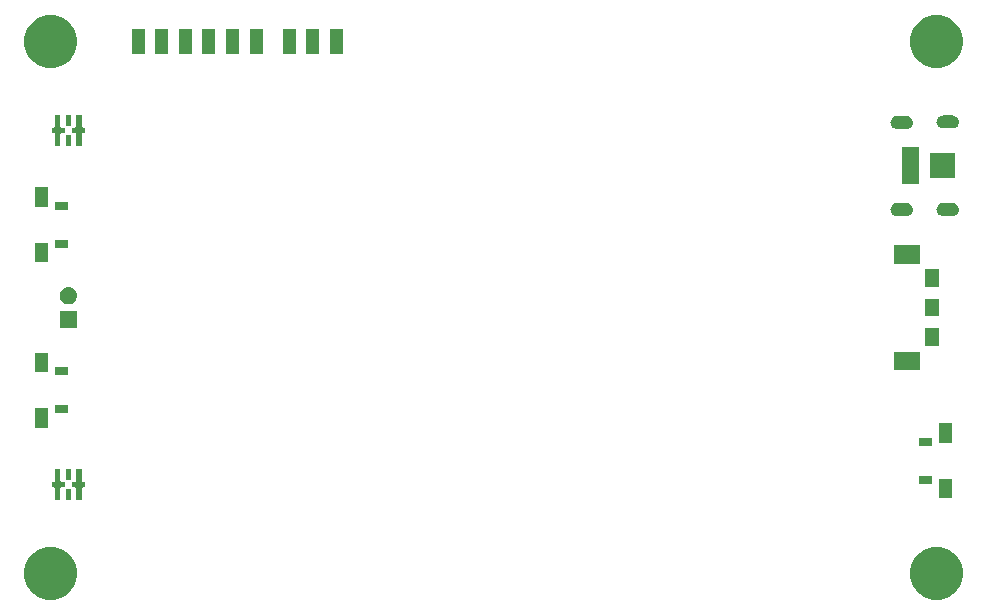
<source format=gbr>
G04 #@! TF.GenerationSoftware,KiCad,Pcbnew,5.1.2*
G04 #@! TF.CreationDate,2019-07-04T05:17:55+02:00*
G04 #@! TF.ProjectId,eside_rev17,65736964-655f-4726-9576-31372e6b6963,rev?*
G04 #@! TF.SameCoordinates,Original*
G04 #@! TF.FileFunction,Soldermask,Bot*
G04 #@! TF.FilePolarity,Negative*
%FSLAX46Y46*%
G04 Gerber Fmt 4.6, Leading zero omitted, Abs format (unit mm)*
G04 Created by KiCad (PCBNEW 5.1.2) date 2019-07-04 05:17:55*
%MOMM*%
%LPD*%
G04 APERTURE LIST*
%ADD10C,0.100000*%
G04 APERTURE END LIST*
D10*
G36*
X117775880Y-75259776D02*
G01*
X118156593Y-75335504D01*
X118566249Y-75505189D01*
X118934929Y-75751534D01*
X119248466Y-76065071D01*
X119494811Y-76433751D01*
X119664496Y-76843407D01*
X119751000Y-77278296D01*
X119751000Y-77721704D01*
X119664496Y-78156593D01*
X119494811Y-78566249D01*
X119248466Y-78934929D01*
X118934929Y-79248466D01*
X118566249Y-79494811D01*
X118156593Y-79664496D01*
X117775880Y-79740224D01*
X117721705Y-79751000D01*
X117278295Y-79751000D01*
X117224120Y-79740224D01*
X116843407Y-79664496D01*
X116433751Y-79494811D01*
X116065071Y-79248466D01*
X115751534Y-78934929D01*
X115505189Y-78566249D01*
X115335504Y-78156593D01*
X115249000Y-77721704D01*
X115249000Y-77278296D01*
X115335504Y-76843407D01*
X115505189Y-76433751D01*
X115751534Y-76065071D01*
X116065071Y-75751534D01*
X116433751Y-75505189D01*
X116843407Y-75335504D01*
X117224120Y-75259776D01*
X117278295Y-75249000D01*
X117721705Y-75249000D01*
X117775880Y-75259776D01*
X117775880Y-75259776D01*
G37*
G36*
X42775880Y-75259776D02*
G01*
X43156593Y-75335504D01*
X43566249Y-75505189D01*
X43934929Y-75751534D01*
X44248466Y-76065071D01*
X44494811Y-76433751D01*
X44664496Y-76843407D01*
X44751000Y-77278296D01*
X44751000Y-77721704D01*
X44664496Y-78156593D01*
X44494811Y-78566249D01*
X44248466Y-78934929D01*
X43934929Y-79248466D01*
X43566249Y-79494811D01*
X43156593Y-79664496D01*
X42775880Y-79740224D01*
X42721705Y-79751000D01*
X42278295Y-79751000D01*
X42224120Y-79740224D01*
X41843407Y-79664496D01*
X41433751Y-79494811D01*
X41065071Y-79248466D01*
X40751534Y-78934929D01*
X40505189Y-78566249D01*
X40335504Y-78156593D01*
X40249000Y-77721704D01*
X40249000Y-77278296D01*
X40335504Y-76843407D01*
X40505189Y-76433751D01*
X40751534Y-76065071D01*
X41065071Y-75751534D01*
X41433751Y-75505189D01*
X41843407Y-75335504D01*
X42224120Y-75259776D01*
X42278295Y-75249000D01*
X42721705Y-75249000D01*
X42775880Y-75259776D01*
X42775880Y-75259776D01*
G37*
G36*
X44201000Y-71301000D02*
G01*
X43799000Y-71301000D01*
X43799000Y-70395805D01*
X43801613Y-70396598D01*
X43825999Y-70399000D01*
X44154001Y-70399000D01*
X44178387Y-70396598D01*
X44201000Y-70389739D01*
X44201000Y-71301000D01*
X44201000Y-71301000D01*
G37*
G36*
X43326000Y-69649001D02*
G01*
X43328402Y-69673387D01*
X43335515Y-69696836D01*
X43347066Y-69718447D01*
X43362611Y-69737389D01*
X43381553Y-69752934D01*
X43403164Y-69764485D01*
X43426613Y-69771598D01*
X43450999Y-69774000D01*
X43674001Y-69774000D01*
X43698387Y-69771598D01*
X43701000Y-69770805D01*
X43701000Y-70229195D01*
X43698387Y-70228402D01*
X43674001Y-70226000D01*
X43450999Y-70226000D01*
X43426613Y-70228402D01*
X43403164Y-70235515D01*
X43381553Y-70247066D01*
X43362611Y-70262611D01*
X43347066Y-70281553D01*
X43335515Y-70303164D01*
X43328402Y-70326613D01*
X43326000Y-70350999D01*
X43326000Y-71301000D01*
X42874000Y-71301000D01*
X42874000Y-70350999D01*
X42871598Y-70326613D01*
X42864485Y-70303164D01*
X42852934Y-70281553D01*
X42837389Y-70262611D01*
X42818447Y-70247066D01*
X42796836Y-70235515D01*
X42773387Y-70228402D01*
X42749001Y-70226000D01*
X42599000Y-70226000D01*
X42599000Y-69774000D01*
X42749001Y-69774000D01*
X42773387Y-69771598D01*
X42796836Y-69764485D01*
X42818447Y-69752934D01*
X42837389Y-69737389D01*
X42852934Y-69718447D01*
X42864485Y-69696836D01*
X42871598Y-69673387D01*
X42874000Y-69649001D01*
X42874000Y-68699000D01*
X43326000Y-68699000D01*
X43326000Y-69649001D01*
X43326000Y-69649001D01*
G37*
G36*
X45126000Y-69649001D02*
G01*
X45128402Y-69673387D01*
X45135515Y-69696836D01*
X45147066Y-69718447D01*
X45162611Y-69737389D01*
X45181553Y-69752934D01*
X45203164Y-69764485D01*
X45226613Y-69771598D01*
X45250999Y-69774000D01*
X45381000Y-69774000D01*
X45381000Y-70226000D01*
X45250999Y-70226000D01*
X45226613Y-70228402D01*
X45203164Y-70235515D01*
X45181553Y-70247066D01*
X45162611Y-70262611D01*
X45147066Y-70281553D01*
X45135515Y-70303164D01*
X45128402Y-70326613D01*
X45126000Y-70350999D01*
X45126000Y-71301000D01*
X44674000Y-71301000D01*
X44674000Y-70350999D01*
X44671598Y-70326613D01*
X44664485Y-70303164D01*
X44652934Y-70281553D01*
X44637389Y-70262611D01*
X44618447Y-70247066D01*
X44596836Y-70235515D01*
X44573387Y-70228402D01*
X44549001Y-70226000D01*
X44325999Y-70226000D01*
X44301613Y-70228402D01*
X44279000Y-70235261D01*
X44279000Y-69764739D01*
X44301613Y-69771598D01*
X44325999Y-69774000D01*
X44549001Y-69774000D01*
X44573387Y-69771598D01*
X44596836Y-69764485D01*
X44618447Y-69752934D01*
X44637389Y-69737389D01*
X44652934Y-69718447D01*
X44664485Y-69696836D01*
X44671598Y-69673387D01*
X44674000Y-69649001D01*
X44674000Y-68699000D01*
X45126000Y-68699000D01*
X45126000Y-69649001D01*
X45126000Y-69649001D01*
G37*
G36*
X118851000Y-71176000D02*
G01*
X117749000Y-71176000D01*
X117749000Y-69524000D01*
X118851000Y-69524000D01*
X118851000Y-71176000D01*
X118851000Y-71176000D01*
G37*
G36*
X117126000Y-69951000D02*
G01*
X116024000Y-69951000D01*
X116024000Y-69249000D01*
X117126000Y-69249000D01*
X117126000Y-69951000D01*
X117126000Y-69951000D01*
G37*
G36*
X44201000Y-69610261D02*
G01*
X44178387Y-69603402D01*
X44154001Y-69601000D01*
X43825999Y-69601000D01*
X43801613Y-69603402D01*
X43799000Y-69604195D01*
X43799000Y-68699000D01*
X44201000Y-68699000D01*
X44201000Y-69610261D01*
X44201000Y-69610261D01*
G37*
G36*
X117126000Y-66726000D02*
G01*
X116024000Y-66726000D01*
X116024000Y-66024000D01*
X117126000Y-66024000D01*
X117126000Y-66726000D01*
X117126000Y-66726000D01*
G37*
G36*
X118851000Y-66476000D02*
G01*
X117749000Y-66476000D01*
X117749000Y-64824000D01*
X118851000Y-64824000D01*
X118851000Y-66476000D01*
X118851000Y-66476000D01*
G37*
G36*
X42251000Y-65176000D02*
G01*
X41149000Y-65176000D01*
X41149000Y-63524000D01*
X42251000Y-63524000D01*
X42251000Y-65176000D01*
X42251000Y-65176000D01*
G37*
G36*
X43976000Y-63976000D02*
G01*
X42874000Y-63976000D01*
X42874000Y-63274000D01*
X43976000Y-63274000D01*
X43976000Y-63976000D01*
X43976000Y-63976000D01*
G37*
G36*
X43976000Y-60751000D02*
G01*
X42874000Y-60751000D01*
X42874000Y-60049000D01*
X43976000Y-60049000D01*
X43976000Y-60751000D01*
X43976000Y-60751000D01*
G37*
G36*
X42251000Y-60476000D02*
G01*
X41149000Y-60476000D01*
X41149000Y-58824000D01*
X42251000Y-58824000D01*
X42251000Y-60476000D01*
X42251000Y-60476000D01*
G37*
G36*
X116143919Y-60339069D02*
G01*
X113891919Y-60339069D01*
X113891919Y-58737069D01*
X116143919Y-58737069D01*
X116143919Y-60339069D01*
X116143919Y-60339069D01*
G37*
G36*
X117668919Y-58251000D02*
G01*
X116566919Y-58251000D01*
X116566919Y-56749000D01*
X117668919Y-56749000D01*
X117668919Y-58251000D01*
X117668919Y-58251000D01*
G37*
G36*
X44726000Y-56726000D02*
G01*
X43274000Y-56726000D01*
X43274000Y-55274000D01*
X44726000Y-55274000D01*
X44726000Y-56726000D01*
X44726000Y-56726000D01*
G37*
G36*
X117668919Y-55701000D02*
G01*
X116566919Y-55701000D01*
X116566919Y-54299000D01*
X117668919Y-54299000D01*
X117668919Y-55701000D01*
X117668919Y-55701000D01*
G37*
G36*
X44071213Y-53277502D02*
G01*
X44142321Y-53284505D01*
X44279172Y-53326019D01*
X44279175Y-53326020D01*
X44405294Y-53393432D01*
X44515843Y-53484157D01*
X44606568Y-53594706D01*
X44673980Y-53720825D01*
X44673981Y-53720828D01*
X44715495Y-53857679D01*
X44729512Y-54000000D01*
X44715495Y-54142321D01*
X44673981Y-54279172D01*
X44673980Y-54279175D01*
X44606568Y-54405294D01*
X44515843Y-54515843D01*
X44405294Y-54606568D01*
X44279175Y-54673980D01*
X44279172Y-54673981D01*
X44142321Y-54715495D01*
X44071213Y-54722498D01*
X44035660Y-54726000D01*
X43964340Y-54726000D01*
X43928787Y-54722498D01*
X43857679Y-54715495D01*
X43720828Y-54673981D01*
X43720825Y-54673980D01*
X43594706Y-54606568D01*
X43484157Y-54515843D01*
X43393432Y-54405294D01*
X43326020Y-54279175D01*
X43326019Y-54279172D01*
X43284505Y-54142321D01*
X43270488Y-54000000D01*
X43284505Y-53857679D01*
X43326019Y-53720828D01*
X43326020Y-53720825D01*
X43393432Y-53594706D01*
X43484157Y-53484157D01*
X43594706Y-53393432D01*
X43720825Y-53326020D01*
X43720828Y-53326019D01*
X43857679Y-53284505D01*
X43928787Y-53277502D01*
X43964340Y-53274000D01*
X44035660Y-53274000D01*
X44071213Y-53277502D01*
X44071213Y-53277502D01*
G37*
G36*
X117668919Y-53251000D02*
G01*
X116566919Y-53251000D01*
X116566919Y-51749000D01*
X117668919Y-51749000D01*
X117668919Y-53251000D01*
X117668919Y-53251000D01*
G37*
G36*
X116143919Y-51339069D02*
G01*
X113891919Y-51339069D01*
X113891919Y-49737069D01*
X116143919Y-49737069D01*
X116143919Y-51339069D01*
X116143919Y-51339069D01*
G37*
G36*
X42251000Y-51176000D02*
G01*
X41149000Y-51176000D01*
X41149000Y-49524000D01*
X42251000Y-49524000D01*
X42251000Y-51176000D01*
X42251000Y-51176000D01*
G37*
G36*
X43976000Y-49976000D02*
G01*
X42874000Y-49976000D01*
X42874000Y-49274000D01*
X43976000Y-49274000D01*
X43976000Y-49976000D01*
X43976000Y-49976000D01*
G37*
G36*
X118903952Y-46152653D02*
G01*
X118957819Y-46157958D01*
X119034518Y-46181225D01*
X119061498Y-46189409D01*
X119157038Y-46240476D01*
X119240790Y-46309210D01*
X119309524Y-46392962D01*
X119360591Y-46488502D01*
X119360592Y-46488506D01*
X119392042Y-46592181D01*
X119402661Y-46700000D01*
X119392042Y-46807819D01*
X119368775Y-46884518D01*
X119360591Y-46911498D01*
X119309524Y-47007038D01*
X119240790Y-47090790D01*
X119157038Y-47159524D01*
X119061498Y-47210591D01*
X119034518Y-47218775D01*
X118957819Y-47242042D01*
X118903952Y-47247347D01*
X118877019Y-47250000D01*
X118022981Y-47250000D01*
X117996048Y-47247347D01*
X117942181Y-47242042D01*
X117865482Y-47218775D01*
X117838502Y-47210591D01*
X117742962Y-47159524D01*
X117659210Y-47090790D01*
X117590476Y-47007038D01*
X117539409Y-46911498D01*
X117531225Y-46884518D01*
X117507958Y-46807819D01*
X117497339Y-46700000D01*
X117507958Y-46592181D01*
X117539408Y-46488506D01*
X117539409Y-46488502D01*
X117590476Y-46392962D01*
X117659210Y-46309210D01*
X117742962Y-46240476D01*
X117838502Y-46189409D01*
X117865482Y-46181225D01*
X117942181Y-46157958D01*
X117996048Y-46152653D01*
X118022981Y-46150000D01*
X118877019Y-46150000D01*
X118903952Y-46152653D01*
X118903952Y-46152653D01*
G37*
G36*
X115003952Y-46152653D02*
G01*
X115057819Y-46157958D01*
X115134518Y-46181225D01*
X115161498Y-46189409D01*
X115257038Y-46240476D01*
X115340790Y-46309210D01*
X115409524Y-46392962D01*
X115460591Y-46488502D01*
X115460592Y-46488506D01*
X115492042Y-46592181D01*
X115502661Y-46700000D01*
X115492042Y-46807819D01*
X115468775Y-46884518D01*
X115460591Y-46911498D01*
X115409524Y-47007038D01*
X115340790Y-47090790D01*
X115257038Y-47159524D01*
X115161498Y-47210591D01*
X115134518Y-47218775D01*
X115057819Y-47242042D01*
X115003952Y-47247347D01*
X114977019Y-47250000D01*
X114122981Y-47250000D01*
X114096048Y-47247347D01*
X114042181Y-47242042D01*
X113965482Y-47218775D01*
X113938502Y-47210591D01*
X113842962Y-47159524D01*
X113759210Y-47090790D01*
X113690476Y-47007038D01*
X113639409Y-46911498D01*
X113631225Y-46884518D01*
X113607958Y-46807819D01*
X113597339Y-46700000D01*
X113607958Y-46592181D01*
X113639408Y-46488506D01*
X113639409Y-46488502D01*
X113690476Y-46392962D01*
X113759210Y-46309210D01*
X113842962Y-46240476D01*
X113938502Y-46189409D01*
X113965482Y-46181225D01*
X114042181Y-46157958D01*
X114096048Y-46152653D01*
X114122981Y-46150000D01*
X114977019Y-46150000D01*
X115003952Y-46152653D01*
X115003952Y-46152653D01*
G37*
G36*
X43976000Y-46751000D02*
G01*
X42874000Y-46751000D01*
X42874000Y-46049000D01*
X43976000Y-46049000D01*
X43976000Y-46751000D01*
X43976000Y-46751000D01*
G37*
G36*
X42251000Y-46476000D02*
G01*
X41149000Y-46476000D01*
X41149000Y-44824000D01*
X42251000Y-44824000D01*
X42251000Y-46476000D01*
X42251000Y-46476000D01*
G37*
G36*
X116050000Y-44550000D02*
G01*
X114600000Y-44550000D01*
X114600000Y-41450000D01*
X116050000Y-41450000D01*
X116050000Y-44550000D01*
X116050000Y-44550000D01*
G37*
G36*
X119050000Y-44050000D02*
G01*
X116950000Y-44050000D01*
X116950000Y-41950000D01*
X119050000Y-41950000D01*
X119050000Y-44050000D01*
X119050000Y-44050000D01*
G37*
G36*
X44201000Y-41301000D02*
G01*
X43799000Y-41301000D01*
X43799000Y-40395805D01*
X43801613Y-40396598D01*
X43825999Y-40399000D01*
X44154001Y-40399000D01*
X44178387Y-40396598D01*
X44201000Y-40389739D01*
X44201000Y-41301000D01*
X44201000Y-41301000D01*
G37*
G36*
X43326000Y-39649001D02*
G01*
X43328402Y-39673387D01*
X43335515Y-39696836D01*
X43347066Y-39718447D01*
X43362611Y-39737389D01*
X43381553Y-39752934D01*
X43403164Y-39764485D01*
X43426613Y-39771598D01*
X43450999Y-39774000D01*
X43674001Y-39774000D01*
X43698387Y-39771598D01*
X43701000Y-39770805D01*
X43701000Y-40229195D01*
X43698387Y-40228402D01*
X43674001Y-40226000D01*
X43450999Y-40226000D01*
X43426613Y-40228402D01*
X43403164Y-40235515D01*
X43381553Y-40247066D01*
X43362611Y-40262611D01*
X43347066Y-40281553D01*
X43335515Y-40303164D01*
X43328402Y-40326613D01*
X43326000Y-40350999D01*
X43326000Y-41301000D01*
X42874000Y-41301000D01*
X42874000Y-40350999D01*
X42871598Y-40326613D01*
X42864485Y-40303164D01*
X42852934Y-40281553D01*
X42837389Y-40262611D01*
X42818447Y-40247066D01*
X42796836Y-40235515D01*
X42773387Y-40228402D01*
X42749001Y-40226000D01*
X42599000Y-40226000D01*
X42599000Y-39774000D01*
X42749001Y-39774000D01*
X42773387Y-39771598D01*
X42796836Y-39764485D01*
X42818447Y-39752934D01*
X42837389Y-39737389D01*
X42852934Y-39718447D01*
X42864485Y-39696836D01*
X42871598Y-39673387D01*
X42874000Y-39649001D01*
X42874000Y-38699000D01*
X43326000Y-38699000D01*
X43326000Y-39649001D01*
X43326000Y-39649001D01*
G37*
G36*
X45126000Y-39649001D02*
G01*
X45128402Y-39673387D01*
X45135515Y-39696836D01*
X45147066Y-39718447D01*
X45162611Y-39737389D01*
X45181553Y-39752934D01*
X45203164Y-39764485D01*
X45226613Y-39771598D01*
X45250999Y-39774000D01*
X45381000Y-39774000D01*
X45381000Y-40226000D01*
X45250999Y-40226000D01*
X45226613Y-40228402D01*
X45203164Y-40235515D01*
X45181553Y-40247066D01*
X45162611Y-40262611D01*
X45147066Y-40281553D01*
X45135515Y-40303164D01*
X45128402Y-40326613D01*
X45126000Y-40350999D01*
X45126000Y-41301000D01*
X44674000Y-41301000D01*
X44674000Y-40350999D01*
X44671598Y-40326613D01*
X44664485Y-40303164D01*
X44652934Y-40281553D01*
X44637389Y-40262611D01*
X44618447Y-40247066D01*
X44596836Y-40235515D01*
X44573387Y-40228402D01*
X44549001Y-40226000D01*
X44325999Y-40226000D01*
X44301613Y-40228402D01*
X44279000Y-40235261D01*
X44279000Y-39764739D01*
X44301613Y-39771598D01*
X44325999Y-39774000D01*
X44549001Y-39774000D01*
X44573387Y-39771598D01*
X44596836Y-39764485D01*
X44618447Y-39752934D01*
X44637389Y-39737389D01*
X44652934Y-39718447D01*
X44664485Y-39696836D01*
X44671598Y-39673387D01*
X44674000Y-39649001D01*
X44674000Y-38699000D01*
X45126000Y-38699000D01*
X45126000Y-39649001D01*
X45126000Y-39649001D01*
G37*
G36*
X115003952Y-38777653D02*
G01*
X115057819Y-38782958D01*
X115134518Y-38806225D01*
X115161498Y-38814409D01*
X115257038Y-38865476D01*
X115340790Y-38934210D01*
X115409524Y-39017962D01*
X115460591Y-39113502D01*
X115460592Y-39113506D01*
X115492042Y-39217181D01*
X115502661Y-39325000D01*
X115492042Y-39432819D01*
X115468775Y-39509518D01*
X115460591Y-39536498D01*
X115409524Y-39632038D01*
X115409522Y-39632041D01*
X115409521Y-39632042D01*
X115340790Y-39715790D01*
X115269862Y-39774000D01*
X115257038Y-39784524D01*
X115161498Y-39835591D01*
X115140232Y-39842042D01*
X115057819Y-39867042D01*
X115003952Y-39872347D01*
X114977019Y-39875000D01*
X114122981Y-39875000D01*
X114096048Y-39872347D01*
X114042181Y-39867042D01*
X113959768Y-39842042D01*
X113938502Y-39835591D01*
X113842962Y-39784524D01*
X113830139Y-39774000D01*
X113759210Y-39715790D01*
X113690479Y-39632042D01*
X113690478Y-39632041D01*
X113690476Y-39632038D01*
X113639409Y-39536498D01*
X113631225Y-39509518D01*
X113607958Y-39432819D01*
X113597339Y-39325000D01*
X113607958Y-39217181D01*
X113639408Y-39113506D01*
X113639409Y-39113502D01*
X113690476Y-39017962D01*
X113759210Y-38934210D01*
X113842962Y-38865476D01*
X113938502Y-38814409D01*
X113965482Y-38806225D01*
X114042181Y-38782958D01*
X114096048Y-38777653D01*
X114122981Y-38775000D01*
X114977019Y-38775000D01*
X115003952Y-38777653D01*
X115003952Y-38777653D01*
G37*
G36*
X118903952Y-38752653D02*
G01*
X118957819Y-38757958D01*
X119034518Y-38781225D01*
X119061498Y-38789409D01*
X119157038Y-38840476D01*
X119157041Y-38840478D01*
X119157042Y-38840479D01*
X119187504Y-38865479D01*
X119240790Y-38909210D01*
X119309524Y-38992962D01*
X119360591Y-39088502D01*
X119360592Y-39088506D01*
X119392042Y-39192181D01*
X119402661Y-39300000D01*
X119392042Y-39407819D01*
X119384458Y-39432819D01*
X119360591Y-39511498D01*
X119309524Y-39607038D01*
X119309522Y-39607041D01*
X119309521Y-39607042D01*
X119240790Y-39690790D01*
X119184010Y-39737389D01*
X119157038Y-39759524D01*
X119061498Y-39810591D01*
X119034518Y-39818775D01*
X118957819Y-39842042D01*
X118903952Y-39847347D01*
X118877019Y-39850000D01*
X118022981Y-39850000D01*
X117996048Y-39847347D01*
X117942181Y-39842042D01*
X117865482Y-39818775D01*
X117838502Y-39810591D01*
X117742962Y-39759524D01*
X117715991Y-39737389D01*
X117659210Y-39690790D01*
X117590479Y-39607042D01*
X117590478Y-39607041D01*
X117590476Y-39607038D01*
X117539409Y-39511498D01*
X117515542Y-39432819D01*
X117507958Y-39407819D01*
X117497339Y-39300000D01*
X117507958Y-39192181D01*
X117539408Y-39088506D01*
X117539409Y-39088502D01*
X117590476Y-38992962D01*
X117659210Y-38909210D01*
X117712496Y-38865479D01*
X117742958Y-38840479D01*
X117742959Y-38840478D01*
X117742962Y-38840476D01*
X117838502Y-38789409D01*
X117865482Y-38781225D01*
X117942181Y-38757958D01*
X117996048Y-38752653D01*
X118022981Y-38750000D01*
X118877019Y-38750000D01*
X118903952Y-38752653D01*
X118903952Y-38752653D01*
G37*
G36*
X44201000Y-39610261D02*
G01*
X44178387Y-39603402D01*
X44154001Y-39601000D01*
X43825999Y-39601000D01*
X43801613Y-39603402D01*
X43799000Y-39604195D01*
X43799000Y-38699000D01*
X44201000Y-38699000D01*
X44201000Y-39610261D01*
X44201000Y-39610261D01*
G37*
G36*
X117775880Y-30259776D02*
G01*
X118156593Y-30335504D01*
X118566249Y-30505189D01*
X118934929Y-30751534D01*
X119248466Y-31065071D01*
X119494811Y-31433751D01*
X119664496Y-31843407D01*
X119751000Y-32278296D01*
X119751000Y-32721704D01*
X119664496Y-33156593D01*
X119494811Y-33566249D01*
X119248466Y-33934929D01*
X118934929Y-34248466D01*
X118566249Y-34494811D01*
X118156593Y-34664496D01*
X117775880Y-34740224D01*
X117721705Y-34751000D01*
X117278295Y-34751000D01*
X117224120Y-34740224D01*
X116843407Y-34664496D01*
X116433751Y-34494811D01*
X116065071Y-34248466D01*
X115751534Y-33934929D01*
X115505189Y-33566249D01*
X115335504Y-33156593D01*
X115249000Y-32721704D01*
X115249000Y-32278296D01*
X115335504Y-31843407D01*
X115505189Y-31433751D01*
X115751534Y-31065071D01*
X116065071Y-30751534D01*
X116433751Y-30505189D01*
X116843407Y-30335504D01*
X117224120Y-30259776D01*
X117278295Y-30249000D01*
X117721705Y-30249000D01*
X117775880Y-30259776D01*
X117775880Y-30259776D01*
G37*
G36*
X42775880Y-30259776D02*
G01*
X43156593Y-30335504D01*
X43566249Y-30505189D01*
X43934929Y-30751534D01*
X44248466Y-31065071D01*
X44494811Y-31433751D01*
X44664496Y-31843407D01*
X44751000Y-32278296D01*
X44751000Y-32721704D01*
X44664496Y-33156593D01*
X44494811Y-33566249D01*
X44248466Y-33934929D01*
X43934929Y-34248466D01*
X43566249Y-34494811D01*
X43156593Y-34664496D01*
X42775880Y-34740224D01*
X42721705Y-34751000D01*
X42278295Y-34751000D01*
X42224120Y-34740224D01*
X41843407Y-34664496D01*
X41433751Y-34494811D01*
X41065071Y-34248466D01*
X40751534Y-33934929D01*
X40505189Y-33566249D01*
X40335504Y-33156593D01*
X40249000Y-32721704D01*
X40249000Y-32278296D01*
X40335504Y-31843407D01*
X40505189Y-31433751D01*
X40751534Y-31065071D01*
X41065071Y-30751534D01*
X41433751Y-30505189D01*
X41843407Y-30335504D01*
X42224120Y-30259776D01*
X42278295Y-30249000D01*
X42721705Y-30249000D01*
X42775880Y-30259776D01*
X42775880Y-30259776D01*
G37*
G36*
X50451000Y-33551000D02*
G01*
X49349000Y-33551000D01*
X49349000Y-31449000D01*
X50451000Y-31449000D01*
X50451000Y-33551000D01*
X50451000Y-33551000D01*
G37*
G36*
X52451000Y-33551000D02*
G01*
X51349000Y-33551000D01*
X51349000Y-31449000D01*
X52451000Y-31449000D01*
X52451000Y-33551000D01*
X52451000Y-33551000D01*
G37*
G36*
X54451000Y-33551000D02*
G01*
X53349000Y-33551000D01*
X53349000Y-31449000D01*
X54451000Y-31449000D01*
X54451000Y-33551000D01*
X54451000Y-33551000D01*
G37*
G36*
X56451000Y-33551000D02*
G01*
X55349000Y-33551000D01*
X55349000Y-31449000D01*
X56451000Y-31449000D01*
X56451000Y-33551000D01*
X56451000Y-33551000D01*
G37*
G36*
X60451000Y-33551000D02*
G01*
X59349000Y-33551000D01*
X59349000Y-31449000D01*
X60451000Y-31449000D01*
X60451000Y-33551000D01*
X60451000Y-33551000D01*
G37*
G36*
X63251000Y-33551000D02*
G01*
X62149000Y-33551000D01*
X62149000Y-31449000D01*
X63251000Y-31449000D01*
X63251000Y-33551000D01*
X63251000Y-33551000D01*
G37*
G36*
X65251000Y-33551000D02*
G01*
X64149000Y-33551000D01*
X64149000Y-31449000D01*
X65251000Y-31449000D01*
X65251000Y-33551000D01*
X65251000Y-33551000D01*
G37*
G36*
X67251000Y-33551000D02*
G01*
X66149000Y-33551000D01*
X66149000Y-31449000D01*
X67251000Y-31449000D01*
X67251000Y-33551000D01*
X67251000Y-33551000D01*
G37*
G36*
X58451000Y-33551000D02*
G01*
X57349000Y-33551000D01*
X57349000Y-31449000D01*
X58451000Y-31449000D01*
X58451000Y-33551000D01*
X58451000Y-33551000D01*
G37*
M02*

</source>
